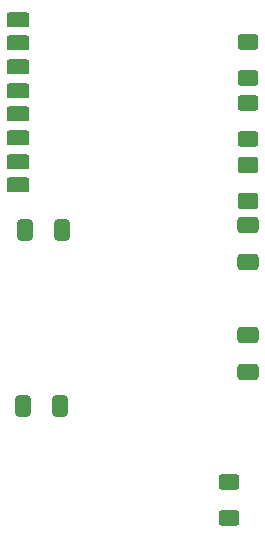
<source format=gbr>
%TF.GenerationSoftware,KiCad,Pcbnew,9.0.1*%
%TF.CreationDate,2025-06-03T10:55:25+05:30*%
%TF.ProjectId,lighting_pcb_tht,6c696768-7469-46e6-975f-7063625f7468,rev?*%
%TF.SameCoordinates,Original*%
%TF.FileFunction,Paste,Top*%
%TF.FilePolarity,Positive*%
%FSLAX46Y46*%
G04 Gerber Fmt 4.6, Leading zero omitted, Abs format (unit mm)*
G04 Created by KiCad (PCBNEW 9.0.1) date 2025-06-03 10:55:25*
%MOMM*%
%LPD*%
G01*
G04 APERTURE LIST*
G04 Aperture macros list*
%AMRoundRect*
0 Rectangle with rounded corners*
0 $1 Rounding radius*
0 $2 $3 $4 $5 $6 $7 $8 $9 X,Y pos of 4 corners*
0 Add a 4 corners polygon primitive as box body*
4,1,4,$2,$3,$4,$5,$6,$7,$8,$9,$2,$3,0*
0 Add four circle primitives for the rounded corners*
1,1,$1+$1,$2,$3*
1,1,$1+$1,$4,$5*
1,1,$1+$1,$6,$7*
1,1,$1+$1,$8,$9*
0 Add four rect primitives between the rounded corners*
20,1,$1+$1,$2,$3,$4,$5,0*
20,1,$1+$1,$4,$5,$6,$7,0*
20,1,$1+$1,$6,$7,$8,$9,0*
20,1,$1+$1,$8,$9,$2,$3,0*%
G04 Aperture macros list end*
%ADD10RoundRect,0.250001X-0.624999X0.462499X-0.624999X-0.462499X0.624999X-0.462499X0.624999X0.462499X0*%
%ADD11RoundRect,0.250000X-0.625000X0.400000X-0.625000X-0.400000X0.625000X-0.400000X0.625000X0.400000X0*%
%ADD12RoundRect,0.190500X-0.762000X-0.444500X0.762000X-0.444500X0.762000X0.444500X-0.762000X0.444500X0*%
%ADD13RoundRect,0.250000X0.412500X0.650000X-0.412500X0.650000X-0.412500X-0.650000X0.412500X-0.650000X0*%
%ADD14RoundRect,0.250000X-0.650000X0.412500X-0.650000X-0.412500X0.650000X-0.412500X0.650000X0.412500X0*%
%ADD15RoundRect,0.250000X0.650000X-0.412500X0.650000X0.412500X-0.650000X0.412500X-0.650000X-0.412500X0*%
G04 APERTURE END LIST*
D10*
%TO.C,D1*%
X21000000Y-17995000D03*
X21000000Y-15020000D03*
%TD*%
D11*
%TO.C,R1*%
X21000000Y-4537500D03*
X21000000Y-7637500D03*
%TD*%
D12*
%TO.C,U2*%
X1500000Y-2690000D03*
X1500000Y-4690000D03*
X1500000Y-6690000D03*
X1500000Y-8690000D03*
X1500000Y-10690000D03*
X1500000Y-12690000D03*
X1500000Y-14690000D03*
X1500000Y-16690000D03*
%TD*%
D11*
%TO.C,R2*%
X19380000Y-44910000D03*
X19380000Y-41810000D03*
%TD*%
D13*
%TO.C,C2*%
X2157500Y-20510000D03*
X5282500Y-20510000D03*
%TD*%
D14*
%TO.C,C5*%
X21000000Y-32490000D03*
X21000000Y-29365000D03*
%TD*%
D15*
%TO.C,C1*%
X21000000Y-20037500D03*
X21000000Y-23162500D03*
%TD*%
D11*
%TO.C,R3*%
X21000000Y-12797500D03*
X21000000Y-9697500D03*
%TD*%
D13*
%TO.C,C4*%
X1985000Y-35400000D03*
X5110000Y-35400000D03*
%TD*%
M02*

</source>
